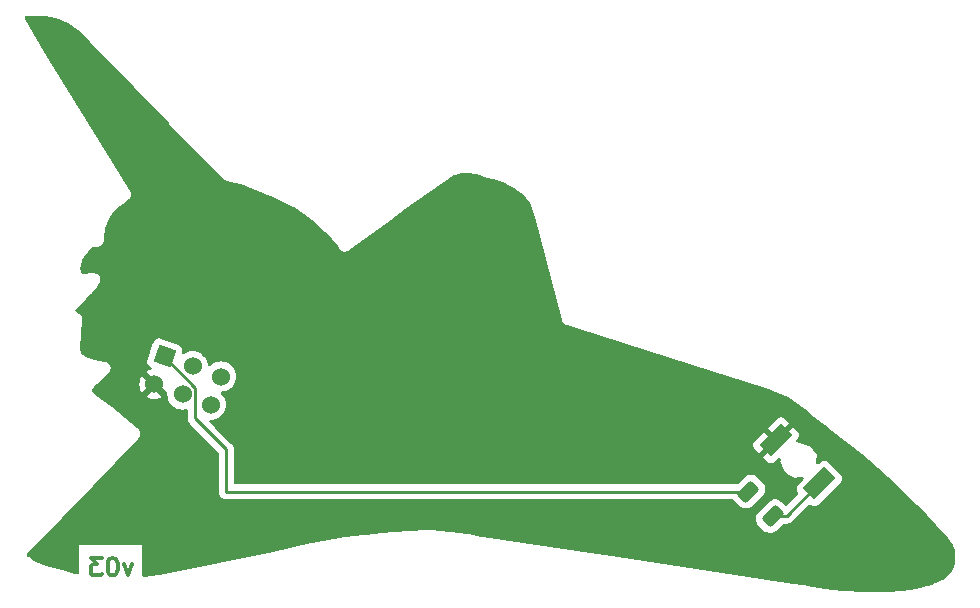
<source format=gbl>
%TF.GenerationSoftware,KiCad,Pcbnew,(6.0.4-0)*%
%TF.CreationDate,2022-05-22T15:15:46-04:00*%
%TF.ProjectId,space_shuttle_SAO,73706163-655f-4736-9875-74746c655f53,v03*%
%TF.SameCoordinates,Original*%
%TF.FileFunction,Copper,L2,Bot*%
%TF.FilePolarity,Positive*%
%FSLAX46Y46*%
G04 Gerber Fmt 4.6, Leading zero omitted, Abs format (unit mm)*
G04 Created by KiCad (PCBNEW (6.0.4-0)) date 2022-05-22 15:15:46*
%MOMM*%
%LPD*%
G01*
G04 APERTURE LIST*
G04 Aperture macros list*
%AMRoundRect*
0 Rectangle with rounded corners*
0 $1 Rounding radius*
0 $2 $3 $4 $5 $6 $7 $8 $9 X,Y pos of 4 corners*
0 Add a 4 corners polygon primitive as box body*
4,1,4,$2,$3,$4,$5,$6,$7,$8,$9,$2,$3,0*
0 Add four circle primitives for the rounded corners*
1,1,$1+$1,$2,$3*
1,1,$1+$1,$4,$5*
1,1,$1+$1,$6,$7*
1,1,$1+$1,$8,$9*
0 Add four rect primitives between the rounded corners*
20,1,$1+$1,$2,$3,$4,$5,0*
20,1,$1+$1,$4,$5,$6,$7,0*
20,1,$1+$1,$6,$7,$8,$9,0*
20,1,$1+$1,$8,$9,$2,$3,0*%
%AMRotRect*
0 Rectangle, with rotation*
0 The origin of the aperture is its center*
0 $1 length*
0 $2 width*
0 $3 Rotation angle, in degrees counterclockwise*
0 Add horizontal line*
21,1,$1,$2,0,0,$3*%
G04 Aperture macros list end*
%ADD10C,0.300000*%
%TA.AperFunction,NonConductor*%
%ADD11C,0.300000*%
%TD*%
%TA.AperFunction,ComponentPad*%
%ADD12RotRect,1.524000X1.524000X340.000000*%
%TD*%
%TA.AperFunction,ComponentPad*%
%ADD13C,1.524000*%
%TD*%
%TA.AperFunction,SMDPad,CuDef*%
%ADD14RotRect,1.400000X2.600000X315.000000*%
%TD*%
%TA.AperFunction,SMDPad,CuDef*%
%ADD15RoundRect,0.249998X-0.662915X-0.220971X-0.220971X-0.662915X0.662915X0.220971X0.220971X0.662915X0*%
%TD*%
%TA.AperFunction,Conductor*%
%ADD16C,0.254000*%
%TD*%
%TA.AperFunction,Conductor*%
%ADD17C,0.250000*%
%TD*%
G04 APERTURE END LIST*
D10*
D11*
X110304674Y-115400971D02*
X109947531Y-116400971D01*
X109590388Y-115400971D01*
X108733245Y-114900971D02*
X108590388Y-114900971D01*
X108447531Y-114972400D01*
X108376102Y-115043828D01*
X108304674Y-115186685D01*
X108233245Y-115472400D01*
X108233245Y-115829542D01*
X108304674Y-116115257D01*
X108376102Y-116258114D01*
X108447531Y-116329542D01*
X108590388Y-116400971D01*
X108733245Y-116400971D01*
X108876102Y-116329542D01*
X108947531Y-116258114D01*
X109018960Y-116115257D01*
X109090388Y-115829542D01*
X109090388Y-115472400D01*
X109018960Y-115186685D01*
X108947531Y-115043828D01*
X108876102Y-114972400D01*
X108733245Y-114900971D01*
X107733245Y-114900971D02*
X106804674Y-114900971D01*
X107304674Y-115472400D01*
X107090388Y-115472400D01*
X106947531Y-115543828D01*
X106876102Y-115615257D01*
X106804674Y-115758114D01*
X106804674Y-116115257D01*
X106876102Y-116258114D01*
X106947531Y-116329542D01*
X107090388Y-116400971D01*
X107518960Y-116400971D01*
X107661817Y-116329542D01*
X107733245Y-116258114D01*
D12*
%TO.P,J1,1,VCC*%
%TO.N,Net-(J1-Pad1)*%
X113067172Y-97821158D03*
D13*
%TO.P,J1,2,GND*%
%TO.N,GND*%
X112198441Y-100207977D03*
%TO.P,J1,3,SDA*%
%TO.N,unconnected-(J1-Pad3)*%
X115453992Y-98689889D03*
%TO.P,J1,4,SCL*%
%TO.N,unconnected-(J1-Pad4)*%
X114585260Y-101076709D03*
%TO.P,J1,5,GPIO_1*%
%TO.N,unconnected-(J1-Pad5)*%
X117840811Y-99558621D03*
%TO.P,J1,6,GPIO_2*%
%TO.N,unconnected-(J1-Pad6)*%
X116972080Y-101945440D03*
%TD*%
D14*
%TO.P,D1,1,K*%
%TO.N,GND*%
X164831724Y-104938524D03*
%TO.P,D1,2,A*%
%TO.N,Net-(D1-Pad2)*%
X168508680Y-108615480D03*
%TD*%
D15*
%TO.P,R1,1*%
%TO.N,Net-(J1-Pad1)*%
X162493232Y-109310712D03*
%TO.P,R1,2*%
%TO.N,Net-(D1-Pad2)*%
X164561520Y-111379000D03*
%TD*%
D16*
%TO.N,Net-(D1-Pad2)*%
X165745160Y-111379000D02*
X168508680Y-108615480D01*
X164561520Y-111379000D02*
X165745160Y-111379000D01*
D17*
%TO.N,Net-(J1-Pad1)*%
X113067172Y-97911831D02*
X113067172Y-97821158D01*
X115672261Y-100516920D02*
X113067172Y-97911831D01*
X118290790Y-109310712D02*
X118290790Y-105727950D01*
D16*
X162493232Y-109310712D02*
X118290790Y-109310712D01*
D17*
X115672261Y-103109421D02*
X115672261Y-100516920D01*
X118290790Y-105727950D02*
X115672261Y-103109421D01*
%TD*%
%TA.AperFunction,Conductor*%
%TO.N,GND*%
G36*
X102803374Y-68998588D02*
G01*
X103054237Y-69045338D01*
X103805376Y-69185319D01*
X103830697Y-69192855D01*
X104901205Y-69638289D01*
X104922454Y-69649623D01*
X105144475Y-69796910D01*
X105776655Y-70216293D01*
X105797449Y-70233570D01*
X106740647Y-71206210D01*
X107537811Y-72028259D01*
X107537872Y-72028327D01*
X107537935Y-72028415D01*
X107565860Y-72057183D01*
X107590767Y-72082867D01*
X107590849Y-72082930D01*
X107590909Y-72082988D01*
X113419953Y-78087898D01*
X113420476Y-78088477D01*
X113420995Y-78089205D01*
X113448037Y-78116830D01*
X113472646Y-78142181D01*
X113473346Y-78142722D01*
X113473923Y-78143273D01*
X117957763Y-82723702D01*
X118014005Y-82781156D01*
X118028441Y-82798865D01*
X118036977Y-82811528D01*
X118043882Y-82817264D01*
X118068168Y-82837438D01*
X118074967Y-82843704D01*
X118076979Y-82845487D01*
X118080115Y-82848690D01*
X118083669Y-82851413D01*
X118083679Y-82851422D01*
X118098747Y-82862967D01*
X118102622Y-82866058D01*
X118149020Y-82904601D01*
X118156709Y-82907931D01*
X118159801Y-82909748D01*
X118166456Y-82914847D01*
X118174830Y-82918088D01*
X118174831Y-82918089D01*
X118222721Y-82936626D01*
X118227313Y-82938508D01*
X118247252Y-82947144D01*
X118247258Y-82947146D01*
X118251721Y-82949079D01*
X118256429Y-82950302D01*
X118261043Y-82951890D01*
X118261034Y-82951917D01*
X118268142Y-82954208D01*
X118293922Y-82964188D01*
X118293928Y-82964189D01*
X118302292Y-82967427D01*
X118317149Y-82968690D01*
X118321422Y-82969054D01*
X118342432Y-82972651D01*
X119485418Y-83269655D01*
X119498547Y-83273845D01*
X122028597Y-84236750D01*
X122038082Y-84240812D01*
X122937832Y-84670539D01*
X122941862Y-84672553D01*
X123979581Y-85214558D01*
X123991770Y-85221825D01*
X125445218Y-86203451D01*
X125536700Y-86265236D01*
X125549966Y-86275549D01*
X126127851Y-86790107D01*
X126678388Y-87280315D01*
X126690499Y-87292693D01*
X127745369Y-88530636D01*
X127748760Y-88534615D01*
X127756823Y-88545154D01*
X127863502Y-88701005D01*
X127865584Y-88704492D01*
X127866879Y-88708223D01*
X127872085Y-88715537D01*
X127872086Y-88715539D01*
X127907029Y-88764631D01*
X127908313Y-88766470D01*
X127924431Y-88790017D01*
X127926816Y-88792615D01*
X127929257Y-88795861D01*
X127951343Y-88826891D01*
X127958390Y-88832448D01*
X127958393Y-88832451D01*
X127968440Y-88840373D01*
X127983257Y-88854121D01*
X127997975Y-88870160D01*
X128005655Y-88874804D01*
X128005657Y-88874805D01*
X128026615Y-88887477D01*
X128039440Y-88896359D01*
X128058673Y-88911525D01*
X128065719Y-88917081D01*
X128074043Y-88920437D01*
X128085909Y-88925221D01*
X128103988Y-88934258D01*
X128114936Y-88940878D01*
X128114941Y-88940880D01*
X128122620Y-88945523D01*
X128131297Y-88947825D01*
X128154968Y-88954105D01*
X128169772Y-88959032D01*
X128200811Y-88971546D01*
X128222475Y-88973692D01*
X128242360Y-88977290D01*
X128263407Y-88982874D01*
X128296869Y-88982032D01*
X128312442Y-88982606D01*
X128345758Y-88985906D01*
X128354582Y-88984248D01*
X128367159Y-88981885D01*
X128387255Y-88979758D01*
X128400045Y-88979436D01*
X128400046Y-88979436D01*
X128409019Y-88979210D01*
X128417565Y-88976476D01*
X128417570Y-88976475D01*
X128440896Y-88969012D01*
X128456018Y-88965188D01*
X128480084Y-88960665D01*
X128480087Y-88960664D01*
X128488910Y-88959006D01*
X128508327Y-88949138D01*
X128527007Y-88941460D01*
X128547749Y-88934824D01*
X128555181Y-88929803D01*
X128555192Y-88929798D01*
X128575858Y-88915837D01*
X128580798Y-88912664D01*
X128584342Y-88910503D01*
X128588682Y-88908297D01*
X128611927Y-88891537D01*
X128614983Y-88889404D01*
X128668446Y-88853286D01*
X128672532Y-88848357D01*
X128678377Y-88843625D01*
X128682888Y-88840373D01*
X132240110Y-86275551D01*
X133440732Y-85409881D01*
X133441796Y-85409122D01*
X137568567Y-82498232D01*
X137614186Y-82478124D01*
X137956876Y-82402920D01*
X138169937Y-82356164D01*
X138190415Y-82353404D01*
X138616472Y-82331311D01*
X138633229Y-82331558D01*
X139508857Y-82402920D01*
X139539401Y-82409285D01*
X139958320Y-82552577D01*
X139974603Y-82559458D01*
X140151092Y-82649106D01*
X140163737Y-82656483D01*
X140193936Y-82676539D01*
X140255625Y-82695741D01*
X140258719Y-82696748D01*
X140319860Y-82717538D01*
X140360001Y-82719275D01*
X140373040Y-82720521D01*
X140883189Y-82796212D01*
X140908953Y-82802876D01*
X141977284Y-83203682D01*
X141992944Y-83210812D01*
X142163285Y-83302919D01*
X142669291Y-83576527D01*
X142685347Y-83586853D01*
X143559255Y-84247543D01*
X143582429Y-84270315D01*
X143706921Y-84429118D01*
X143897761Y-84672553D01*
X143988828Y-84788719D01*
X144009576Y-84827754D01*
X144397441Y-86029510D01*
X144399249Y-86035645D01*
X146739840Y-94795225D01*
X146754815Y-94851267D01*
X146754932Y-94851708D01*
X146774555Y-94926976D01*
X146779165Y-94934675D01*
X146789736Y-94952329D01*
X146797522Y-94967603D01*
X146805602Y-94986536D01*
X146809126Y-94994793D01*
X146814823Y-95001726D01*
X146814824Y-95001728D01*
X146825439Y-95014646D01*
X146836188Y-95029905D01*
X146849384Y-95051942D01*
X146871072Y-95072016D01*
X146882827Y-95084484D01*
X146901600Y-95107331D01*
X146909015Y-95112387D01*
X146909016Y-95112388D01*
X146922827Y-95121805D01*
X146937431Y-95133438D01*
X146956279Y-95150884D01*
X146982742Y-95164072D01*
X146997511Y-95172732D01*
X147021941Y-95189391D01*
X147054684Y-95200024D01*
X147055446Y-95200302D01*
X147056449Y-95200801D01*
X147059329Y-95201717D01*
X147059330Y-95201717D01*
X147086078Y-95210221D01*
X147086815Y-95210458D01*
X147156707Y-95233154D01*
X147156714Y-95233156D01*
X147160478Y-95234378D01*
X147161885Y-95234419D01*
X147163199Y-95234740D01*
X158524634Y-98846947D01*
X164469611Y-100737068D01*
X164479663Y-100740741D01*
X164577757Y-100781384D01*
X165843515Y-101305822D01*
X165867051Y-101318662D01*
X167306620Y-102316378D01*
X167319702Y-102326795D01*
X167952387Y-102903269D01*
X167956856Y-102907547D01*
X167974005Y-102924787D01*
X167978978Y-102928440D01*
X167985003Y-102933376D01*
X167988184Y-102935885D01*
X167991500Y-102938906D01*
X167995209Y-102941426D01*
X167995216Y-102941431D01*
X168012464Y-102953148D01*
X168016260Y-102955830D01*
X168747840Y-103493283D01*
X169226609Y-103845009D01*
X169271373Y-103877895D01*
X169275222Y-103880839D01*
X172447381Y-106404691D01*
X172452091Y-106408629D01*
X172741189Y-106662596D01*
X175073861Y-108711800D01*
X175184010Y-108808564D01*
X175188997Y-108813189D01*
X176550687Y-110146410D01*
X176810336Y-110400631D01*
X176814817Y-110405248D01*
X178380103Y-112102951D01*
X178549114Y-112286260D01*
X178549200Y-112286354D01*
X179390924Y-113201129D01*
X179404712Y-113219127D01*
X179806133Y-113854243D01*
X179818807Y-113880678D01*
X179948601Y-114259051D01*
X179954796Y-114287432D01*
X179997858Y-114719284D01*
X180006024Y-114801182D01*
X180006120Y-114825181D01*
X179976419Y-115149240D01*
X179954424Y-115389217D01*
X179946835Y-115422205D01*
X179786533Y-115846973D01*
X179780428Y-115860633D01*
X179609447Y-116189314D01*
X179581706Y-116225046D01*
X179264769Y-116508759D01*
X179259390Y-116513309D01*
X178947275Y-116762658D01*
X178922358Y-116778184D01*
X178580417Y-116939349D01*
X178126109Y-117153475D01*
X178107584Y-117160485D01*
X178028184Y-117183582D01*
X177293085Y-117397417D01*
X177284831Y-117399518D01*
X177108337Y-117438124D01*
X176608671Y-117547420D01*
X176600626Y-117548908D01*
X176167705Y-117614513D01*
X175388138Y-117732649D01*
X175376393Y-117733868D01*
X174319155Y-117793651D01*
X174120000Y-117804912D01*
X174112332Y-117805112D01*
X173516158Y-117802486D01*
X172408243Y-117797605D01*
X172401079Y-117797368D01*
X170503241Y-117680654D01*
X170496987Y-117680114D01*
X169000836Y-117512838D01*
X168995490Y-117512123D01*
X168969432Y-117508066D01*
X168967376Y-117508066D01*
X168964088Y-117507690D01*
X167941364Y-117352601D01*
X167941368Y-117352575D01*
X167941277Y-117352588D01*
X167509377Y-117286780D01*
X167238195Y-117245460D01*
X167238165Y-117245454D01*
X167238145Y-117245448D01*
X167201414Y-117239856D01*
X167201415Y-117239852D01*
X167201400Y-117239854D01*
X167162948Y-117233995D01*
X167162914Y-117233995D01*
X166948049Y-117201283D01*
X166946913Y-117201104D01*
X166838488Y-117183582D01*
X166837911Y-117183488D01*
X166837164Y-117183364D01*
X166834581Y-117182933D01*
X166832300Y-117182475D01*
X166830152Y-117181790D01*
X166825343Y-117181042D01*
X166825338Y-117181041D01*
X166794400Y-117176229D01*
X166793052Y-117176012D01*
X166764865Y-117171315D01*
X166764862Y-117171315D01*
X166760447Y-117170579D01*
X166758186Y-117170527D01*
X166755860Y-117170237D01*
X166718975Y-117164501D01*
X166717993Y-117164312D01*
X166716919Y-117163976D01*
X166679362Y-117158339D01*
X166678834Y-117158259D01*
X166644333Y-117152894D01*
X166643214Y-117152881D01*
X166642192Y-117152762D01*
X166300897Y-117101543D01*
X166300870Y-117101539D01*
X165221782Y-116939357D01*
X165221709Y-116939343D01*
X165221589Y-116939306D01*
X165221236Y-116939253D01*
X165221230Y-116939252D01*
X165182555Y-116933462D01*
X165146587Y-116928056D01*
X165146465Y-116928055D01*
X165146375Y-116928045D01*
X163575435Y-116692843D01*
X163575011Y-116692779D01*
X150320506Y-114662105D01*
X150319909Y-114661991D01*
X150319240Y-114661782D01*
X150281014Y-114656055D01*
X150245641Y-114650636D01*
X150244938Y-114650629D01*
X150244309Y-114650557D01*
X139391336Y-113024673D01*
X139385150Y-113023575D01*
X139380653Y-113022282D01*
X139375828Y-113021673D01*
X139375827Y-113021673D01*
X139348673Y-113018247D01*
X139345780Y-113017848D01*
X139321354Y-113014189D01*
X139321351Y-113014189D01*
X139316927Y-113013526D01*
X139312447Y-113013497D01*
X139311755Y-113013443D01*
X139305749Y-113012831D01*
X137282570Y-112757574D01*
X137276919Y-112756701D01*
X137272644Y-112755572D01*
X137267806Y-112755069D01*
X137267803Y-112755068D01*
X137240126Y-112752188D01*
X137237398Y-112751874D01*
X137217106Y-112749314D01*
X137208036Y-112748170D01*
X137203638Y-112748244D01*
X137197702Y-112747773D01*
X135587024Y-112580160D01*
X135586545Y-112580076D01*
X135586127Y-112579906D01*
X135546524Y-112575851D01*
X135489869Y-112570050D01*
X135489660Y-112570028D01*
X135479837Y-112569006D01*
X135479835Y-112569006D01*
X135478193Y-112568835D01*
X135478056Y-112568840D01*
X135474791Y-112568506D01*
X135442498Y-112570200D01*
X135440835Y-112570275D01*
X135415516Y-112571252D01*
X135377451Y-112572720D01*
X135377446Y-112572721D01*
X135369502Y-112573027D01*
X135366631Y-112573988D01*
X135363641Y-112574339D01*
X135252691Y-112580161D01*
X133688853Y-112662223D01*
X133683519Y-112662352D01*
X133679322Y-112662010D01*
X133650035Y-112664157D01*
X133646399Y-112664424D01*
X133643788Y-112664588D01*
X133641035Y-112664732D01*
X133613888Y-112666157D01*
X133609772Y-112666968D01*
X133604238Y-112667515D01*
X132733702Y-112731345D01*
X131163588Y-112846469D01*
X131157180Y-112846774D01*
X131155677Y-112846807D01*
X131150815Y-112846539D01*
X131145974Y-112847022D01*
X131145971Y-112847022D01*
X131119687Y-112849644D01*
X131116393Y-112849929D01*
X131092737Y-112851663D01*
X131092731Y-112851664D01*
X131088269Y-112851991D01*
X131083891Y-112852949D01*
X131080878Y-112853387D01*
X131075262Y-112854075D01*
X129902829Y-112971025D01*
X128385735Y-113122356D01*
X128376045Y-113122945D01*
X128360973Y-113123277D01*
X128356181Y-113124132D01*
X128356177Y-113124132D01*
X128346061Y-113125936D01*
X128336443Y-113127272D01*
X128328915Y-113128023D01*
X128328913Y-113128023D01*
X128324456Y-113128468D01*
X128309020Y-113132273D01*
X128300999Y-113133974D01*
X125577763Y-113619691D01*
X125565436Y-113621268D01*
X125562139Y-113621525D01*
X125562138Y-113621525D01*
X125557293Y-113621903D01*
X125552566Y-113623021D01*
X125552559Y-113623022D01*
X125535942Y-113626952D01*
X125529075Y-113628375D01*
X125510549Y-113631680D01*
X125506293Y-113633085D01*
X125506287Y-113633086D01*
X125502052Y-113634484D01*
X125491568Y-113637448D01*
X122264863Y-114400614D01*
X122261632Y-114401332D01*
X113140447Y-116303919D01*
X113130505Y-116305581D01*
X111319247Y-116534327D01*
X111249157Y-116523018D01*
X111196308Y-116475610D01*
X111177460Y-116409320D01*
X111177460Y-113781400D01*
X105860460Y-113781400D01*
X105860460Y-116179647D01*
X105840458Y-116247768D01*
X105786802Y-116294261D01*
X105716528Y-116304365D01*
X105699338Y-116300653D01*
X105517135Y-116247768D01*
X104501042Y-115952844D01*
X104492014Y-115949849D01*
X104481923Y-115946073D01*
X104477364Y-115944367D01*
X104463106Y-115941424D01*
X104453460Y-115939032D01*
X104446757Y-115937087D01*
X104446755Y-115937087D01*
X104442443Y-115935835D01*
X104426121Y-115933531D01*
X104418263Y-115932167D01*
X103376038Y-115717018D01*
X103354241Y-115710416D01*
X102602708Y-115406227D01*
X101994079Y-115159880D01*
X101973380Y-115149178D01*
X101545219Y-114874856D01*
X101440655Y-114807862D01*
X101394087Y-114754271D01*
X101383886Y-114684011D01*
X101417642Y-114614605D01*
X104389723Y-111512198D01*
X163140003Y-111512198D01*
X163140158Y-111689068D01*
X163141848Y-111696189D01*
X163175937Y-111839834D01*
X163180997Y-111861158D01*
X163184277Y-111867695D01*
X163184279Y-111867699D01*
X163205881Y-111910743D01*
X163260330Y-112019239D01*
X163264672Y-112024572D01*
X163264673Y-112024574D01*
X163324596Y-112098178D01*
X163324602Y-112098184D01*
X163326627Y-112100672D01*
X163839848Y-112613893D01*
X163922396Y-112680921D01*
X163928563Y-112684003D01*
X163928564Y-112684003D01*
X164074070Y-112756707D01*
X164074072Y-112756708D01*
X164080615Y-112759977D01*
X164252776Y-112800517D01*
X164260090Y-112800511D01*
X164260094Y-112800511D01*
X164341211Y-112800439D01*
X164429646Y-112800362D01*
X164515691Y-112779943D01*
X164594616Y-112761213D01*
X164594617Y-112761213D01*
X164601737Y-112759523D01*
X164608273Y-112756243D01*
X164608278Y-112756241D01*
X164753669Y-112683276D01*
X164753673Y-112683273D01*
X164759817Y-112680190D01*
X164775386Y-112667515D01*
X164838756Y-112615924D01*
X164838762Y-112615918D01*
X164841250Y-112613893D01*
X165403738Y-112051405D01*
X165466050Y-112017379D01*
X165492833Y-112014500D01*
X165666140Y-112014500D01*
X165677374Y-112015030D01*
X165684879Y-112016708D01*
X165753172Y-112014562D01*
X165757129Y-112014500D01*
X165785143Y-112014500D01*
X165789068Y-112014004D01*
X165789069Y-112014004D01*
X165789164Y-112013992D01*
X165801009Y-112013059D01*
X165830830Y-112012122D01*
X165837442Y-112011914D01*
X165837443Y-112011914D01*
X165845365Y-112011665D01*
X165864909Y-112005987D01*
X165884272Y-112001977D01*
X165896600Y-112000420D01*
X165896602Y-112000420D01*
X165904459Y-111999427D01*
X165911823Y-111996511D01*
X165911828Y-111996510D01*
X165945716Y-111983093D01*
X165956945Y-111979248D01*
X165973625Y-111974402D01*
X165999553Y-111966869D01*
X166006380Y-111962831D01*
X166006383Y-111962830D01*
X166017066Y-111956512D01*
X166034824Y-111947812D01*
X166046375Y-111943239D01*
X166046381Y-111943235D01*
X166053748Y-111940319D01*
X166089651Y-111914234D01*
X166099570Y-111907719D01*
X166130928Y-111889174D01*
X166130932Y-111889171D01*
X166137758Y-111885134D01*
X166152142Y-111870750D01*
X166167176Y-111857909D01*
X166177233Y-111850602D01*
X166183647Y-111845942D01*
X166211938Y-111811744D01*
X166219927Y-111802965D01*
X167590661Y-110432232D01*
X167652973Y-110398206D01*
X167723789Y-110403271D01*
X167758211Y-110424135D01*
X167758888Y-110423293D01*
X167801478Y-110457537D01*
X167801481Y-110457539D01*
X167807634Y-110462486D01*
X167940230Y-110522773D01*
X167949113Y-110524045D01*
X167949116Y-110524046D01*
X168075527Y-110542149D01*
X168084416Y-110543422D01*
X168093305Y-110542149D01*
X168219716Y-110524046D01*
X168219719Y-110524045D01*
X168228602Y-110522773D01*
X168361198Y-110462486D01*
X168367351Y-110457539D01*
X168367354Y-110457537D01*
X168407282Y-110425433D01*
X168409944Y-110423293D01*
X170316493Y-108516744D01*
X170329949Y-108500008D01*
X170350737Y-108474154D01*
X170350739Y-108474151D01*
X170355686Y-108467998D01*
X170415973Y-108335402D01*
X170436622Y-108191216D01*
X170420426Y-108078122D01*
X170417246Y-108055916D01*
X170417245Y-108055913D01*
X170415973Y-108047030D01*
X170355686Y-107914434D01*
X170350739Y-107908281D01*
X170350737Y-107908278D01*
X170318633Y-107868350D01*
X170316493Y-107865688D01*
X169258472Y-106807667D01*
X169241736Y-106794211D01*
X169215882Y-106773423D01*
X169215879Y-106773421D01*
X169209726Y-106768474D01*
X169077130Y-106708187D01*
X169068247Y-106706915D01*
X169068244Y-106706914D01*
X168941833Y-106688811D01*
X168932944Y-106687538D01*
X168924055Y-106688811D01*
X168797644Y-106706914D01*
X168797641Y-106706915D01*
X168788758Y-106708187D01*
X168656162Y-106768474D01*
X168650009Y-106773421D01*
X168650006Y-106773423D01*
X168624152Y-106794211D01*
X168607416Y-106807667D01*
X168472096Y-106942987D01*
X168409784Y-106977013D01*
X168338969Y-106971948D01*
X168282133Y-106929401D01*
X168257322Y-106862881D01*
X168257067Y-106849830D01*
X168258350Y-106810083D01*
X168280080Y-106136440D01*
X167989553Y-105797892D01*
X167677156Y-105433859D01*
X167665400Y-105420160D01*
X167648115Y-105414958D01*
X167648114Y-105414957D01*
X166632008Y-105109139D01*
X166572542Y-105070353D01*
X166543485Y-105005575D01*
X166554063Y-104935370D01*
X166579226Y-104899390D01*
X166636730Y-104841886D01*
X166641292Y-104836802D01*
X166673352Y-104796929D01*
X166681574Y-104783579D01*
X166734818Y-104666474D01*
X166739805Y-104649419D01*
X166757888Y-104523149D01*
X166757888Y-104505371D01*
X166739805Y-104379101D01*
X166734818Y-104362046D01*
X166681572Y-104244937D01*
X166673355Y-104231593D01*
X166641292Y-104191716D01*
X166636736Y-104186638D01*
X166302590Y-103852492D01*
X166288646Y-103844878D01*
X166286813Y-103845009D01*
X166280198Y-103849260D01*
X163745693Y-106383765D01*
X163738079Y-106397709D01*
X163738210Y-106399542D01*
X163742461Y-106406157D01*
X164079834Y-106743530D01*
X164084918Y-106748092D01*
X164124791Y-106780152D01*
X164138141Y-106788374D01*
X164255246Y-106841618D01*
X164272301Y-106846605D01*
X164398571Y-106864688D01*
X164416349Y-106864688D01*
X164542619Y-106846605D01*
X164559674Y-106841618D01*
X164676783Y-106788372D01*
X164690127Y-106780155D01*
X164730004Y-106748092D01*
X164735082Y-106743536D01*
X165012284Y-106466334D01*
X165074596Y-106432308D01*
X165145411Y-106437373D01*
X165202247Y-106479920D01*
X165227058Y-106546440D01*
X165222420Y-106590429D01*
X165196520Y-106680000D01*
X165201674Y-106692256D01*
X165201674Y-106692258D01*
X165532534Y-107479057D01*
X165613080Y-107670600D01*
X165625958Y-107678327D01*
X165625959Y-107678328D01*
X165942663Y-107868350D01*
X166400480Y-108143040D01*
X166414211Y-108141343D01*
X166414212Y-108141343D01*
X166693379Y-108106839D01*
X167031319Y-108065071D01*
X167101377Y-108076567D01*
X167154101Y-108124114D01*
X167172748Y-108192618D01*
X167151400Y-108260329D01*
X167135868Y-108279215D01*
X166700867Y-108714216D01*
X166698727Y-108716878D01*
X166666623Y-108756806D01*
X166666621Y-108756809D01*
X166661674Y-108762962D01*
X166601387Y-108895558D01*
X166600115Y-108904441D01*
X166600114Y-108904444D01*
X166582011Y-109030855D01*
X166580738Y-109039744D01*
X166601387Y-109183930D01*
X166605101Y-109192098D01*
X166605101Y-109192099D01*
X166626951Y-109240155D01*
X166661674Y-109316526D01*
X166666621Y-109322679D01*
X166666623Y-109322682D01*
X166700867Y-109365272D01*
X166699492Y-109366377D01*
X166727191Y-109424129D01*
X166718411Y-109494580D01*
X166691928Y-109533499D01*
X165771351Y-110454076D01*
X165709039Y-110488102D01*
X165638224Y-110483037D01*
X165593161Y-110454076D01*
X165283192Y-110144107D01*
X165200644Y-110077079D01*
X165111194Y-110032384D01*
X165048970Y-110001293D01*
X165048968Y-110001292D01*
X165042425Y-109998023D01*
X164870264Y-109957483D01*
X164862950Y-109957489D01*
X164862946Y-109957489D01*
X164781829Y-109957560D01*
X164693394Y-109957638D01*
X164686272Y-109959328D01*
X164686273Y-109959328D01*
X164530279Y-109996347D01*
X164521303Y-109998477D01*
X164514767Y-110001757D01*
X164514762Y-110001759D01*
X164369371Y-110074724D01*
X164369367Y-110074727D01*
X164363223Y-110077810D01*
X164357890Y-110082152D01*
X164357888Y-110082153D01*
X164284284Y-110142076D01*
X164284278Y-110142082D01*
X164281790Y-110144107D01*
X163326627Y-111099270D01*
X163259599Y-111181818D01*
X163180543Y-111340036D01*
X163140003Y-111512198D01*
X104389723Y-111512198D01*
X106977628Y-108810814D01*
X110806919Y-104813609D01*
X110820429Y-104802169D01*
X110825029Y-104797962D01*
X110832438Y-104792909D01*
X110863671Y-104754894D01*
X110870013Y-104747749D01*
X110878193Y-104739210D01*
X110886921Y-104727027D01*
X110891986Y-104720431D01*
X110919203Y-104687305D01*
X110919206Y-104687300D01*
X110924904Y-104680365D01*
X110928426Y-104672110D01*
X110932602Y-104665230D01*
X110936315Y-104658088D01*
X110941544Y-104650790D01*
X110958710Y-104601826D01*
X110961712Y-104594093D01*
X110978542Y-104554650D01*
X110978543Y-104554647D01*
X110982065Y-104546392D01*
X110983129Y-104537477D01*
X110985205Y-104529705D01*
X110986764Y-104521810D01*
X110989735Y-104513336D01*
X110992469Y-104461540D01*
X110993182Y-104453250D01*
X110995292Y-104435571D01*
X110999327Y-104401761D01*
X110997846Y-104392906D01*
X110997657Y-104384846D01*
X110996939Y-104376843D01*
X110997412Y-104367881D01*
X110985499Y-104317404D01*
X110983855Y-104309241D01*
X110980868Y-104291375D01*
X110977373Y-104280833D01*
X110974345Y-104270138D01*
X110966018Y-104234854D01*
X110963956Y-104226117D01*
X110959525Y-104218310D01*
X110956244Y-104209952D01*
X110956514Y-104209846D01*
X110945098Y-104178103D01*
X110942450Y-104163055D01*
X110940895Y-104154215D01*
X110924369Y-104120746D01*
X110924085Y-104120119D01*
X110923837Y-104119369D01*
X110908179Y-104087955D01*
X110876408Y-104023610D01*
X110875748Y-104022892D01*
X110875313Y-104022019D01*
X110869374Y-104015604D01*
X110869372Y-104015601D01*
X110826599Y-103969400D01*
X110826278Y-103969053D01*
X110802174Y-103942820D01*
X110802167Y-103942813D01*
X110800684Y-103941199D01*
X110800071Y-103940709D01*
X110799590Y-103940227D01*
X110782457Y-103921722D01*
X110776359Y-103915135D01*
X110750085Y-103899406D01*
X110736245Y-103889811D01*
X108593723Y-102181197D01*
X107447055Y-101266754D01*
X111504218Y-101266754D01*
X111513515Y-101278770D01*
X111556510Y-101308875D01*
X111565996Y-101314353D01*
X111757434Y-101403622D01*
X111767726Y-101407368D01*
X111971750Y-101462036D01*
X111982545Y-101463939D01*
X112192966Y-101482349D01*
X112203916Y-101482349D01*
X112414337Y-101463939D01*
X112425132Y-101462036D01*
X112629156Y-101407368D01*
X112639448Y-101403622D01*
X112830886Y-101314353D01*
X112840372Y-101308875D01*
X112884205Y-101278184D01*
X112892580Y-101267706D01*
X112885512Y-101254258D01*
X112211253Y-100579999D01*
X112197309Y-100572385D01*
X112195476Y-100572516D01*
X112188861Y-100576767D01*
X111510648Y-101254980D01*
X111504218Y-101266754D01*
X107447055Y-101266754D01*
X106956838Y-100875817D01*
X106933062Y-100850814D01*
X106914563Y-100825060D01*
X106891067Y-100758063D01*
X106907522Y-100689000D01*
X106919144Y-100672053D01*
X107292100Y-100213452D01*
X110924069Y-100213452D01*
X110942479Y-100423873D01*
X110944382Y-100434668D01*
X110999050Y-100638692D01*
X111002796Y-100648984D01*
X111092064Y-100840418D01*
X111097544Y-100849909D01*
X111128235Y-100893742D01*
X111138712Y-100902117D01*
X111152159Y-100895049D01*
X111826419Y-100220789D01*
X111834033Y-100206845D01*
X111833902Y-100205012D01*
X111829651Y-100198397D01*
X111151438Y-99520184D01*
X111139664Y-99513754D01*
X111127648Y-99523051D01*
X111097544Y-99566045D01*
X111092064Y-99575536D01*
X111002796Y-99766970D01*
X110999050Y-99777262D01*
X110944382Y-99981286D01*
X110942479Y-99992081D01*
X110924069Y-100202502D01*
X110924069Y-100213452D01*
X107292100Y-100213452D01*
X107332889Y-100163296D01*
X107343764Y-100151538D01*
X107978781Y-99546979D01*
X108235229Y-99302832D01*
X108236595Y-99301617D01*
X108238126Y-99300535D01*
X108257263Y-99281986D01*
X108264527Y-99274946D01*
X108265340Y-99274165D01*
X108286375Y-99254139D01*
X108286635Y-99253919D01*
X108289151Y-99252545D01*
X108339409Y-99202386D01*
X108340723Y-99201094D01*
X108344699Y-99197240D01*
X108361581Y-99180877D01*
X108363300Y-99178656D01*
X108365289Y-99176556D01*
X108385894Y-99155992D01*
X108385895Y-99155990D01*
X108392248Y-99149650D01*
X108393017Y-99148248D01*
X111504301Y-99148248D01*
X111511369Y-99161695D01*
X113245444Y-100895770D01*
X113249759Y-100898126D01*
X113299961Y-100948328D01*
X113314895Y-101019695D01*
X113309907Y-101076709D01*
X113329282Y-101298172D01*
X113386820Y-101512905D01*
X113389142Y-101517886D01*
X113389143Y-101517887D01*
X113478446Y-101709398D01*
X113478449Y-101709403D01*
X113480772Y-101714385D01*
X113608283Y-101896490D01*
X113765479Y-102053686D01*
X113769987Y-102056843D01*
X113769990Y-102056845D01*
X113845755Y-102109896D01*
X113947583Y-102181197D01*
X113952565Y-102183520D01*
X113952570Y-102183523D01*
X114131760Y-102267080D01*
X114149064Y-102275149D01*
X114154372Y-102276571D01*
X114154374Y-102276572D01*
X114220209Y-102294212D01*
X114363797Y-102332687D01*
X114585260Y-102352062D01*
X114806723Y-102332687D01*
X114880150Y-102313012D01*
X114951126Y-102314702D01*
X115009922Y-102354496D01*
X115037870Y-102419760D01*
X115038761Y-102434719D01*
X115038761Y-103030654D01*
X115038234Y-103041837D01*
X115036559Y-103049330D01*
X115036808Y-103057256D01*
X115036808Y-103057257D01*
X115038699Y-103117407D01*
X115038761Y-103121366D01*
X115038761Y-103149277D01*
X115039258Y-103153211D01*
X115039258Y-103153212D01*
X115039266Y-103153277D01*
X115040199Y-103165114D01*
X115041588Y-103209310D01*
X115047239Y-103228760D01*
X115051248Y-103248121D01*
X115053787Y-103268218D01*
X115056706Y-103275589D01*
X115056706Y-103275591D01*
X115070065Y-103309333D01*
X115073910Y-103320563D01*
X115086243Y-103363014D01*
X115090276Y-103369833D01*
X115090278Y-103369838D01*
X115096554Y-103380449D01*
X115105249Y-103398197D01*
X115112709Y-103417038D01*
X115117371Y-103423454D01*
X115117371Y-103423455D01*
X115138697Y-103452808D01*
X115145213Y-103462728D01*
X115167719Y-103500783D01*
X115182040Y-103515104D01*
X115194880Y-103530137D01*
X115206789Y-103546528D01*
X115212895Y-103551579D01*
X115240866Y-103574719D01*
X115249645Y-103582709D01*
X117620385Y-105953449D01*
X117654411Y-106015761D01*
X117657290Y-106042544D01*
X117657290Y-109228245D01*
X117655058Y-109251855D01*
X117651503Y-109270491D01*
X117661585Y-109430739D01*
X117664034Y-109438277D01*
X117664035Y-109438281D01*
X117668953Y-109453418D01*
X117671161Y-109461015D01*
X117671323Y-109461644D01*
X117672316Y-109469509D01*
X117675236Y-109476883D01*
X117681262Y-109492103D01*
X117683944Y-109499551D01*
X117711202Y-109583445D01*
X117723992Y-109603600D01*
X117727998Y-109610375D01*
X117728321Y-109610963D01*
X117731238Y-109618329D01*
X117735893Y-109624736D01*
X117735894Y-109624738D01*
X117745527Y-109637996D01*
X117749975Y-109644542D01*
X117797237Y-109719015D01*
X117803017Y-109724443D01*
X117803018Y-109724444D01*
X117814623Y-109735342D01*
X117820218Y-109740937D01*
X117820660Y-109741407D01*
X117825318Y-109747819D01*
X117831425Y-109752871D01*
X117844044Y-109763310D01*
X117849983Y-109768546D01*
X117914284Y-109828929D01*
X117921234Y-109832749D01*
X117921233Y-109832749D01*
X117935182Y-109840418D01*
X117941997Y-109844448D01*
X117942537Y-109844791D01*
X117948646Y-109849845D01*
X117970649Y-109860199D01*
X117977684Y-109863784D01*
X118048037Y-109902461D01*
X118048042Y-109902463D01*
X118054987Y-109906281D01*
X118062666Y-109908252D01*
X118062667Y-109908253D01*
X118078071Y-109912208D01*
X118085679Y-109914418D01*
X118086300Y-109914620D01*
X118093472Y-109917995D01*
X118117366Y-109922553D01*
X118125076Y-109924276D01*
X118185485Y-109939787D01*
X118202831Y-109944241D01*
X118202832Y-109944241D01*
X118210508Y-109946212D01*
X118234351Y-109946212D01*
X118242262Y-109946461D01*
X118242910Y-109946502D01*
X118250696Y-109947987D01*
X118274951Y-109946461D01*
X118282863Y-109946212D01*
X161128287Y-109946212D01*
X161196408Y-109966214D01*
X161225999Y-109992661D01*
X161256308Y-110029890D01*
X161256314Y-110029896D01*
X161258339Y-110032384D01*
X161771560Y-110545605D01*
X161854108Y-110612633D01*
X161860275Y-110615715D01*
X161860276Y-110615715D01*
X162005782Y-110688419D01*
X162005784Y-110688420D01*
X162012327Y-110691689D01*
X162184488Y-110732229D01*
X162191802Y-110732223D01*
X162191806Y-110732223D01*
X162272923Y-110732151D01*
X162361358Y-110732074D01*
X162447403Y-110711655D01*
X162526328Y-110692925D01*
X162526329Y-110692925D01*
X162533449Y-110691235D01*
X162539985Y-110687955D01*
X162539990Y-110687953D01*
X162685381Y-110614988D01*
X162685385Y-110614985D01*
X162691529Y-110611902D01*
X162696864Y-110607559D01*
X162770468Y-110547636D01*
X162770474Y-110547630D01*
X162772962Y-110545605D01*
X163728125Y-109590442D01*
X163795153Y-109507894D01*
X163833705Y-109430739D01*
X163870938Y-109356223D01*
X163870939Y-109356221D01*
X163874209Y-109349676D01*
X163914749Y-109177514D01*
X163914594Y-109000644D01*
X163873755Y-108828554D01*
X163870475Y-108822017D01*
X163870473Y-108822013D01*
X163797507Y-108676621D01*
X163794422Y-108670473D01*
X163768235Y-108638307D01*
X163730156Y-108591534D01*
X163730150Y-108591528D01*
X163728125Y-108589040D01*
X163214904Y-108075819D01*
X163132356Y-108008791D01*
X163126188Y-108005709D01*
X162980682Y-107933005D01*
X162980680Y-107933004D01*
X162974137Y-107929735D01*
X162801976Y-107889195D01*
X162794662Y-107889201D01*
X162794658Y-107889201D01*
X162713541Y-107889272D01*
X162625106Y-107889350D01*
X162617984Y-107891040D01*
X162617985Y-107891040D01*
X162461991Y-107928059D01*
X162453015Y-107930189D01*
X162446479Y-107933469D01*
X162446474Y-107933471D01*
X162301083Y-108006436D01*
X162301079Y-108006439D01*
X162294935Y-108009522D01*
X162289602Y-108013864D01*
X162289600Y-108013865D01*
X162215996Y-108073788D01*
X162215990Y-108073794D01*
X162213502Y-108075819D01*
X161651014Y-108638307D01*
X161588702Y-108672333D01*
X161561919Y-108675212D01*
X119050290Y-108675212D01*
X118982169Y-108655210D01*
X118935676Y-108601554D01*
X118924290Y-108549212D01*
X118924290Y-105806717D01*
X118924817Y-105795534D01*
X118926492Y-105788041D01*
X118924352Y-105719964D01*
X118924290Y-105716005D01*
X118924290Y-105688094D01*
X118923785Y-105684094D01*
X118922852Y-105672251D01*
X118921712Y-105635979D01*
X118921463Y-105628060D01*
X118915812Y-105608608D01*
X118911804Y-105589256D01*
X118910257Y-105577013D01*
X118909264Y-105569153D01*
X118906346Y-105561782D01*
X118892990Y-105528047D01*
X118889145Y-105516820D01*
X118888511Y-105514637D01*
X118876808Y-105474357D01*
X118872774Y-105467535D01*
X118872771Y-105467529D01*
X118866496Y-105456918D01*
X118857800Y-105439168D01*
X118853262Y-105427706D01*
X118853259Y-105427701D01*
X118850342Y-105420333D01*
X118824363Y-105384575D01*
X118817847Y-105374657D01*
X118816085Y-105371677D01*
X162905560Y-105371677D01*
X162923643Y-105497947D01*
X162928630Y-105515002D01*
X162981876Y-105632111D01*
X162990093Y-105645455D01*
X163022156Y-105685332D01*
X163026712Y-105690410D01*
X163360858Y-106024556D01*
X163374802Y-106032170D01*
X163376635Y-106032039D01*
X163383250Y-106027788D01*
X164459702Y-104951336D01*
X164467316Y-104937392D01*
X164467185Y-104935559D01*
X164462934Y-104928944D01*
X163810747Y-104276757D01*
X163796803Y-104269143D01*
X163794970Y-104269274D01*
X163788355Y-104273525D01*
X163026718Y-105035162D01*
X163022156Y-105040246D01*
X162990096Y-105080119D01*
X162981874Y-105093469D01*
X162928630Y-105210574D01*
X162923643Y-105227629D01*
X162905560Y-105353899D01*
X162905560Y-105371677D01*
X118816085Y-105371677D01*
X118799365Y-105343407D01*
X118795332Y-105336587D01*
X118781008Y-105322263D01*
X118768166Y-105307228D01*
X118756262Y-105290843D01*
X118722196Y-105262661D01*
X118713417Y-105254672D01*
X117364611Y-103905866D01*
X164162342Y-103905866D01*
X164162473Y-103907699D01*
X164166724Y-103914314D01*
X164818912Y-104566502D01*
X164832856Y-104574116D01*
X164834689Y-104573985D01*
X164841304Y-104569734D01*
X165917755Y-103493283D01*
X165925369Y-103479339D01*
X165925238Y-103477506D01*
X165920987Y-103470891D01*
X165583614Y-103133518D01*
X165578530Y-103128956D01*
X165538657Y-103096896D01*
X165525307Y-103088674D01*
X165408202Y-103035430D01*
X165391147Y-103030443D01*
X165264877Y-103012360D01*
X165247099Y-103012360D01*
X165120829Y-103030443D01*
X165103774Y-103035430D01*
X164986665Y-103088676D01*
X164973321Y-103096893D01*
X164933444Y-103128956D01*
X164928366Y-103133512D01*
X164169956Y-103891922D01*
X164162342Y-103905866D01*
X117364611Y-103905866D01*
X116894139Y-103435394D01*
X116860113Y-103373082D01*
X116865178Y-103302267D01*
X116907725Y-103245431D01*
X116972253Y-103220778D01*
X117024279Y-103216226D01*
X117193543Y-103201418D01*
X117351172Y-103159181D01*
X117402966Y-103145303D01*
X117402968Y-103145302D01*
X117408276Y-103143880D01*
X117413258Y-103141557D01*
X117604770Y-103052254D01*
X117604775Y-103052251D01*
X117609757Y-103049928D01*
X117711585Y-102978627D01*
X117787350Y-102925576D01*
X117787353Y-102925574D01*
X117791861Y-102922417D01*
X117949057Y-102765221D01*
X118076568Y-102583116D01*
X118078891Y-102578134D01*
X118078894Y-102578129D01*
X118168197Y-102386618D01*
X118168198Y-102386617D01*
X118170520Y-102381636D01*
X118178445Y-102352062D01*
X118201215Y-102267080D01*
X118228058Y-102166903D01*
X118247433Y-101945440D01*
X118228058Y-101723977D01*
X118170520Y-101509244D01*
X118149394Y-101463939D01*
X118078894Y-101312751D01*
X118078891Y-101312746D01*
X118076568Y-101307764D01*
X118047853Y-101266754D01*
X117952216Y-101130170D01*
X117952214Y-101130167D01*
X117949057Y-101125659D01*
X117863196Y-101039798D01*
X117829170Y-100977486D01*
X117834235Y-100906671D01*
X117876782Y-100849835D01*
X117941309Y-100825182D01*
X117985300Y-100821333D01*
X118062274Y-100814599D01*
X118226024Y-100770722D01*
X118271697Y-100758484D01*
X118271699Y-100758483D01*
X118277007Y-100757061D01*
X118301635Y-100745577D01*
X118473501Y-100665435D01*
X118473506Y-100665432D01*
X118478488Y-100663109D01*
X118612769Y-100569084D01*
X118656081Y-100538757D01*
X118656084Y-100538755D01*
X118660592Y-100535598D01*
X118817788Y-100378402D01*
X118831988Y-100358123D01*
X118942142Y-100200806D01*
X118942143Y-100200804D01*
X118945299Y-100196297D01*
X118947622Y-100191315D01*
X118947625Y-100191310D01*
X119036928Y-99999799D01*
X119036929Y-99999798D01*
X119039251Y-99994817D01*
X119045930Y-99969893D01*
X119088799Y-99809902D01*
X119096789Y-99780084D01*
X119116164Y-99558621D01*
X119096789Y-99337158D01*
X119055751Y-99184002D01*
X119040674Y-99127735D01*
X119040673Y-99127733D01*
X119039251Y-99122425D01*
X119034861Y-99113011D01*
X118947625Y-98925932D01*
X118947622Y-98925927D01*
X118945299Y-98920945D01*
X118938582Y-98911352D01*
X118820947Y-98743351D01*
X118820945Y-98743348D01*
X118817788Y-98738840D01*
X118660592Y-98581644D01*
X118656084Y-98578487D01*
X118656081Y-98578485D01*
X118553200Y-98506447D01*
X118478488Y-98454133D01*
X118473506Y-98451810D01*
X118473501Y-98451807D01*
X118281989Y-98362504D01*
X118281988Y-98362503D01*
X118277007Y-98360181D01*
X118271699Y-98358759D01*
X118271697Y-98358758D01*
X118166983Y-98330700D01*
X118062274Y-98302643D01*
X117840811Y-98283268D01*
X117619348Y-98302643D01*
X117514639Y-98330700D01*
X117409925Y-98358758D01*
X117409923Y-98358759D01*
X117404615Y-98360181D01*
X117399634Y-98362503D01*
X117399633Y-98362504D01*
X117208122Y-98451807D01*
X117208117Y-98451810D01*
X117203135Y-98454133D01*
X117198628Y-98457289D01*
X117198626Y-98457290D01*
X117025541Y-98578485D01*
X117025538Y-98578487D01*
X117021030Y-98581644D01*
X116935169Y-98667505D01*
X116872857Y-98701531D01*
X116802042Y-98696466D01*
X116745206Y-98653919D01*
X116720553Y-98589392D01*
X116716412Y-98542063D01*
X116709970Y-98468426D01*
X116652432Y-98253693D01*
X116627844Y-98200964D01*
X116560806Y-98057200D01*
X116560803Y-98057195D01*
X116558480Y-98052213D01*
X116543573Y-98030923D01*
X116434128Y-97874619D01*
X116434126Y-97874616D01*
X116430969Y-97870108D01*
X116273773Y-97712912D01*
X116269265Y-97709755D01*
X116269262Y-97709753D01*
X116115866Y-97602344D01*
X116091669Y-97585401D01*
X116086687Y-97583078D01*
X116086682Y-97583075D01*
X115895170Y-97493772D01*
X115895169Y-97493771D01*
X115890188Y-97491449D01*
X115884880Y-97490027D01*
X115884878Y-97490026D01*
X115819043Y-97472386D01*
X115675455Y-97433911D01*
X115453992Y-97414536D01*
X115232529Y-97433911D01*
X115088941Y-97472386D01*
X115023106Y-97490026D01*
X115023104Y-97490027D01*
X115017796Y-97491449D01*
X115012815Y-97493771D01*
X115012814Y-97493772D01*
X114821303Y-97583075D01*
X114821298Y-97583078D01*
X114816316Y-97585401D01*
X114811809Y-97588557D01*
X114811807Y-97588558D01*
X114725900Y-97648711D01*
X114658626Y-97671399D01*
X114589765Y-97654114D01*
X114541181Y-97602344D01*
X114528298Y-97532526D01*
X114535226Y-97502407D01*
X114536966Y-97497626D01*
X114538134Y-97494418D01*
X114553053Y-97433675D01*
X114551655Y-97288024D01*
X114543027Y-97259535D01*
X114512035Y-97157211D01*
X114509433Y-97148620D01*
X114429783Y-97026670D01*
X114319107Y-96931976D01*
X114262986Y-96904361D01*
X113487981Y-96622282D01*
X112743647Y-96351366D01*
X112743644Y-96351365D01*
X112740432Y-96350196D01*
X112679689Y-96335277D01*
X112534038Y-96336675D01*
X112525448Y-96339277D01*
X112525446Y-96339277D01*
X112403225Y-96376295D01*
X112394634Y-96378897D01*
X112272684Y-96458547D01*
X112177990Y-96569223D01*
X112150375Y-96625344D01*
X112040039Y-96928489D01*
X111631037Y-98052213D01*
X111596210Y-98147898D01*
X111581291Y-98208641D01*
X111582689Y-98354292D01*
X111585291Y-98362882D01*
X111585291Y-98362884D01*
X111614884Y-98460589D01*
X111624911Y-98493696D01*
X111704561Y-98615646D01*
X111815237Y-98710340D01*
X111871358Y-98737955D01*
X111876451Y-98739809D01*
X111880165Y-98741161D01*
X111937336Y-98783257D01*
X111962672Y-98849579D01*
X111948130Y-98919070D01*
X111898326Y-98969668D01*
X111869679Y-98981268D01*
X111767726Y-99008586D01*
X111757434Y-99012332D01*
X111566000Y-99101600D01*
X111556509Y-99107080D01*
X111512676Y-99137771D01*
X111504301Y-99148248D01*
X108393017Y-99148248D01*
X108403293Y-99129521D01*
X108414119Y-99113011D01*
X108422670Y-99101966D01*
X108422671Y-99101964D01*
X108428166Y-99094866D01*
X108431447Y-99086513D01*
X108431451Y-99086506D01*
X108439974Y-99064808D01*
X108446787Y-99050263D01*
X108458000Y-99029827D01*
X108462320Y-99021955D01*
X108467271Y-98999539D01*
X108473027Y-98980656D01*
X108478137Y-98967647D01*
X108481419Y-98959292D01*
X108484315Y-98927127D01*
X108486773Y-98911254D01*
X108491801Y-98888491D01*
X108493737Y-98879726D01*
X108492198Y-98856828D01*
X108492422Y-98837087D01*
X108494481Y-98814222D01*
X108492744Y-98805414D01*
X108492744Y-98805410D01*
X108488234Y-98782538D01*
X108486136Y-98766607D01*
X108484574Y-98743353D01*
X108484574Y-98743351D01*
X108483972Y-98734396D01*
X108476069Y-98712852D01*
X108470743Y-98693839D01*
X108468038Y-98680121D01*
X108466302Y-98671316D01*
X108451412Y-98642658D01*
X108444929Y-98627957D01*
X108436905Y-98606082D01*
X108436901Y-98606075D01*
X108433810Y-98597648D01*
X108420177Y-98579186D01*
X108409727Y-98562430D01*
X108399145Y-98542063D01*
X108392936Y-98535578D01*
X108392933Y-98535574D01*
X108376810Y-98518734D01*
X108366463Y-98506447D01*
X108352619Y-98487700D01*
X108352617Y-98487698D01*
X108347284Y-98480476D01*
X108329017Y-98466582D01*
X108314286Y-98453434D01*
X108312729Y-98451807D01*
X108298412Y-98436854D01*
X108270428Y-98420733D01*
X108257052Y-98411846D01*
X108238491Y-98397729D01*
X108238490Y-98397728D01*
X108231350Y-98392298D01*
X108209913Y-98384088D01*
X108192086Y-98375603D01*
X108179981Y-98368630D01*
X108179978Y-98368629D01*
X108172198Y-98364147D01*
X108138665Y-98356007D01*
X108132541Y-98354356D01*
X108131383Y-98354012D01*
X108126834Y-98352270D01*
X108097899Y-98346064D01*
X108094612Y-98345313D01*
X108039372Y-98331903D01*
X108039371Y-98331903D01*
X108030651Y-98329786D01*
X108024992Y-98330049D01*
X108018674Y-98329071D01*
X107159014Y-98144683D01*
X106628637Y-98030923D01*
X106586388Y-98013364D01*
X106023781Y-97647618D01*
X105977570Y-97593720D01*
X105968621Y-97565238D01*
X105890119Y-97147283D01*
X105888390Y-97113555D01*
X106081260Y-94800380D01*
X106085510Y-94776805D01*
X106086446Y-94773470D01*
X106086446Y-94773467D01*
X106088871Y-94764828D01*
X106088400Y-94721420D01*
X106088828Y-94709598D01*
X106089347Y-94703379D01*
X106088128Y-94682765D01*
X106087915Y-94676699D01*
X106087879Y-94673374D01*
X106087292Y-94619179D01*
X106084680Y-94610593D01*
X106084255Y-94607840D01*
X106084182Y-94607156D01*
X106084012Y-94606485D01*
X106083456Y-94603760D01*
X106082926Y-94594796D01*
X106063536Y-94540596D01*
X106061651Y-94534896D01*
X106044898Y-94479827D01*
X106039975Y-94472310D01*
X106038803Y-94469805D01*
X106038536Y-94469157D01*
X106038190Y-94468570D01*
X106036888Y-94466105D01*
X106033864Y-94457650D01*
X106000061Y-94411096D01*
X105996613Y-94406099D01*
X105970012Y-94365481D01*
X105965097Y-94357976D01*
X105958272Y-94352151D01*
X105956431Y-94350061D01*
X105955998Y-94349520D01*
X105955499Y-94349052D01*
X105953557Y-94347050D01*
X105948283Y-94339787D01*
X105902753Y-94304576D01*
X105898055Y-94300758D01*
X105883675Y-94288485D01*
X105883671Y-94288482D01*
X105879967Y-94285321D01*
X105875286Y-94282438D01*
X105864291Y-94274832D01*
X105840163Y-94256173D01*
X105833060Y-94250680D01*
X105824703Y-94247402D01*
X105824701Y-94247401D01*
X105817829Y-94244706D01*
X105797761Y-94234690D01*
X105615637Y-94122520D01*
X105567499Y-94068444D01*
X105527988Y-93983631D01*
X105517352Y-93913435D01*
X105546356Y-93848633D01*
X105557677Y-93836981D01*
X105869199Y-93555187D01*
X105870620Y-93553987D01*
X105872180Y-93552943D01*
X105899311Y-93527953D01*
X105900042Y-93527287D01*
X105925016Y-93504696D01*
X105926220Y-93503248D01*
X105927548Y-93501946D01*
X106253665Y-93201568D01*
X106254720Y-93200722D01*
X106255975Y-93200090D01*
X106258864Y-93197396D01*
X106258874Y-93197388D01*
X106312667Y-93147226D01*
X106313236Y-93146698D01*
X106333780Y-93127776D01*
X106334471Y-93126928D01*
X106335029Y-93126373D01*
X106355937Y-93106877D01*
X106355938Y-93106875D01*
X106362503Y-93100754D01*
X106367084Y-93093039D01*
X106367088Y-93093034D01*
X106375608Y-93078685D01*
X106386307Y-93063378D01*
X106396855Y-93050446D01*
X106396855Y-93050445D01*
X106402531Y-93043487D01*
X106414047Y-93016229D01*
X106421773Y-93000936D01*
X106432287Y-92983229D01*
X106436870Y-92975511D01*
X106443253Y-92950654D01*
X106449228Y-92932953D01*
X106459217Y-92909310D01*
X106461846Y-92910421D01*
X106488059Y-92865488D01*
X106826629Y-92535784D01*
X106916927Y-92447851D01*
X106924305Y-92441214D01*
X106935481Y-92431932D01*
X106945861Y-92420175D01*
X106952394Y-92413313D01*
X106961410Y-92404533D01*
X106964143Y-92400985D01*
X106964148Y-92400980D01*
X106970776Y-92392377D01*
X106976130Y-92385887D01*
X107323487Y-91992416D01*
X107340291Y-91976578D01*
X107351825Y-91967552D01*
X107375837Y-91934081D01*
X107382857Y-91925272D01*
X107383473Y-91924466D01*
X107386442Y-91921102D01*
X107398992Y-91901987D01*
X107401915Y-91897730D01*
X107414231Y-91880563D01*
X107414231Y-91880562D01*
X107417064Y-91876614D01*
X107419256Y-91872276D01*
X107421438Y-91868677D01*
X107425698Y-91861312D01*
X107441214Y-91837681D01*
X107441215Y-91837678D01*
X107446141Y-91830176D01*
X107451567Y-91812418D01*
X107459605Y-91792417D01*
X107561365Y-91591011D01*
X107567137Y-91580799D01*
X107585604Y-91551407D01*
X107590380Y-91543806D01*
X107606006Y-91488733D01*
X107607833Y-91482848D01*
X107626151Y-91428590D01*
X107626520Y-91419622D01*
X107627155Y-91416197D01*
X107627205Y-91415981D01*
X107627226Y-91415748D01*
X107627689Y-91412315D01*
X107630140Y-91403679D01*
X107629682Y-91346452D01*
X107629784Y-91340266D01*
X107631768Y-91292024D01*
X107632137Y-91283056D01*
X107629973Y-91274341D01*
X107629623Y-91270890D01*
X107629610Y-91270656D01*
X107629568Y-91270444D01*
X107629046Y-91266997D01*
X107628974Y-91258026D01*
X107626386Y-91249430D01*
X107612466Y-91203203D01*
X107610828Y-91197237D01*
X107597035Y-91141691D01*
X107592514Y-91133936D01*
X107591210Y-91130725D01*
X107591133Y-91130507D01*
X107591027Y-91130304D01*
X107589562Y-91127148D01*
X107586974Y-91118555D01*
X107555745Y-91070574D01*
X107552531Y-91065361D01*
X107523669Y-91015860D01*
X107517157Y-91009689D01*
X107514982Y-91006945D01*
X107514861Y-91006776D01*
X107514697Y-91006606D01*
X107512413Y-91003998D01*
X107507518Y-90996478D01*
X107464091Y-90959202D01*
X107459499Y-90955061D01*
X107424446Y-90921849D01*
X107417933Y-90915678D01*
X107409953Y-90911585D01*
X107407105Y-90909568D01*
X107406933Y-90909434D01*
X107406717Y-90909310D01*
X107403806Y-90907456D01*
X107396993Y-90901608D01*
X107388816Y-90897909D01*
X107388813Y-90897907D01*
X107344840Y-90878014D01*
X107339269Y-90875327D01*
X107296317Y-90853296D01*
X107296315Y-90853295D01*
X107288331Y-90849200D01*
X107279518Y-90847510D01*
X107276215Y-90846372D01*
X107276017Y-90846293D01*
X107275787Y-90846238D01*
X107272461Y-90845272D01*
X107264283Y-90841573D01*
X107207607Y-90833565D01*
X107201505Y-90832550D01*
X107171376Y-90826773D01*
X107145280Y-90821769D01*
X107136341Y-90822621D01*
X107136340Y-90822621D01*
X107097861Y-90826289D01*
X107087684Y-90826845D01*
X106108992Y-90840661D01*
X106040595Y-90821623D01*
X105993350Y-90768629D01*
X105982263Y-90730909D01*
X105934394Y-90362505D01*
X105935681Y-90322116D01*
X105951690Y-90240159D01*
X106046829Y-89753072D01*
X106060454Y-89715846D01*
X106213154Y-89442107D01*
X106310685Y-89267268D01*
X106325758Y-89245838D01*
X106553214Y-88985021D01*
X106796023Y-88706598D01*
X106828575Y-88679956D01*
X107038414Y-88560313D01*
X107113285Y-88544389D01*
X107203232Y-88553329D01*
X107237843Y-88556770D01*
X107243261Y-88557635D01*
X107247972Y-88559407D01*
X107311504Y-88564206D01*
X107314804Y-88564455D01*
X107317777Y-88564715D01*
X107344932Y-88567414D01*
X107349422Y-88567220D01*
X107349606Y-88567225D01*
X107355560Y-88567533D01*
X107393216Y-88570377D01*
X107412836Y-88566213D01*
X107433550Y-88563586D01*
X107453603Y-88562720D01*
X107462096Y-88559833D01*
X107462097Y-88559833D01*
X107486912Y-88551398D01*
X107501306Y-88547440D01*
X107512026Y-88545165D01*
X107535701Y-88540141D01*
X107543604Y-88535889D01*
X107543607Y-88535888D01*
X107553369Y-88530636D01*
X107572516Y-88522300D01*
X107583013Y-88518732D01*
X107583016Y-88518730D01*
X107591511Y-88515843D01*
X107598851Y-88510690D01*
X107598856Y-88510687D01*
X107620304Y-88495628D01*
X107633006Y-88487791D01*
X107656067Y-88475384D01*
X107656072Y-88475380D01*
X107663972Y-88471130D01*
X107678261Y-88457049D01*
X107694296Y-88443676D01*
X107703373Y-88437303D01*
X107703374Y-88437302D01*
X107710719Y-88432145D01*
X107732680Y-88404661D01*
X107742671Y-88393574D01*
X107761321Y-88375195D01*
X107761324Y-88375191D01*
X107767718Y-88368890D01*
X107777479Y-88351367D01*
X107789116Y-88334033D01*
X107796038Y-88325370D01*
X107796040Y-88325366D01*
X107801645Y-88318352D01*
X107805055Y-88310048D01*
X107805057Y-88310045D01*
X107815006Y-88285818D01*
X107817886Y-88279840D01*
X107817780Y-88279791D01*
X107819811Y-88275375D01*
X107822182Y-88271118D01*
X107831573Y-88245689D01*
X107833216Y-88241475D01*
X107853567Y-88191919D01*
X107856978Y-88183614D01*
X107857760Y-88176205D01*
X107860516Y-88167315D01*
X107902142Y-88054600D01*
X107912856Y-88032499D01*
X107913850Y-88030875D01*
X107913852Y-88030869D01*
X107918536Y-88023214D01*
X107920882Y-88014554D01*
X107920884Y-88014550D01*
X107930297Y-87979804D01*
X107933712Y-87969113D01*
X107936396Y-87961845D01*
X107940413Y-87943142D01*
X107941983Y-87936672D01*
X107946531Y-87919884D01*
X107947803Y-87915190D01*
X107948575Y-87908210D01*
X107950618Y-87895619D01*
X107957348Y-87864275D01*
X107957348Y-87864274D01*
X107959233Y-87855496D01*
X107958154Y-87840730D01*
X107958582Y-87817701D01*
X108044089Y-87044310D01*
X108051217Y-87014268D01*
X108347900Y-86215958D01*
X108359720Y-86192187D01*
X108711513Y-85639714D01*
X108729201Y-85617796D01*
X109258517Y-85094391D01*
X109273793Y-85081514D01*
X109848223Y-84670539D01*
X109994922Y-84565584D01*
X110002406Y-84560623D01*
X110038055Y-84538779D01*
X110038057Y-84538777D01*
X110045710Y-84534088D01*
X110079512Y-84496813D01*
X110085746Y-84490411D01*
X110115603Y-84461848D01*
X110122090Y-84455642D01*
X110126575Y-84447864D01*
X110132115Y-84440803D01*
X110132212Y-84440879D01*
X110132602Y-84440345D01*
X110132499Y-84440275D01*
X110137524Y-84432840D01*
X110143556Y-84426188D01*
X110165545Y-84380908D01*
X110169707Y-84373059D01*
X110194848Y-84329458D01*
X110196968Y-84320739D01*
X110200307Y-84312400D01*
X110200422Y-84312446D01*
X110200645Y-84311826D01*
X110200526Y-84311788D01*
X110203262Y-84303241D01*
X110207185Y-84295163D01*
X110215576Y-84245568D01*
X110217377Y-84236818D01*
X110217822Y-84234991D01*
X110229267Y-84187926D01*
X110228855Y-84178961D01*
X110229718Y-84170028D01*
X110229840Y-84170040D01*
X110229881Y-84169374D01*
X110229758Y-84169371D01*
X110229985Y-84160400D01*
X110231483Y-84151547D01*
X110230436Y-84142631D01*
X110230436Y-84142627D01*
X110225617Y-84101591D01*
X110224890Y-84092681D01*
X110222992Y-84051391D01*
X110222580Y-84042422D01*
X110219667Y-84033930D01*
X110217988Y-84025111D01*
X110218109Y-84025088D01*
X110217962Y-84024443D01*
X110217842Y-84024475D01*
X110215542Y-84015798D01*
X110214495Y-84006883D01*
X110194840Y-83960573D01*
X110191648Y-83952241D01*
X110178235Y-83913137D01*
X110175322Y-83904643D01*
X110143708Y-83859881D01*
X110139612Y-83853701D01*
X102821675Y-72072869D01*
X102818655Y-72067741D01*
X101280423Y-69308745D01*
X101270927Y-69287193D01*
X101234354Y-69177352D01*
X101231811Y-69106401D01*
X101268031Y-69045338D01*
X101331515Y-69013552D01*
X101352568Y-69011554D01*
X102189858Y-69002695D01*
X102778961Y-68996462D01*
X102803374Y-68998588D01*
G37*
%TD.AperFunction*%
%TD*%
M02*

</source>
